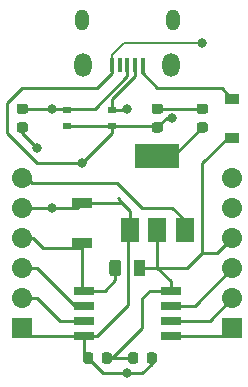
<source format=gtl>
%TF.GenerationSoftware,KiCad,Pcbnew,(5.1.6)-1*%
%TF.CreationDate,2020-11-18T13:32:08+05:30*%
%TF.ProjectId,ATTiny85 Development Board,41545469-6e79-4383-9520-446576656c6f,rev?*%
%TF.SameCoordinates,Original*%
%TF.FileFunction,Copper,L1,Top*%
%TF.FilePolarity,Positive*%
%FSLAX46Y46*%
G04 Gerber Fmt 4.6, Leading zero omitted, Abs format (unit mm)*
G04 Created by KiCad (PCBNEW (5.1.6)-1) date 2020-11-18 13:32:08*
%MOMM*%
%LPD*%
G01*
G04 APERTURE LIST*
%TA.AperFunction,SMDPad,CuDef*%
%ADD10R,1.700000X0.900000*%
%TD*%
%TA.AperFunction,ComponentPad*%
%ADD11O,1.700000X1.700000*%
%TD*%
%TA.AperFunction,ComponentPad*%
%ADD12R,1.700000X1.700000*%
%TD*%
%TA.AperFunction,ComponentPad*%
%ADD13O,1.150000X1.800000*%
%TD*%
%TA.AperFunction,ComponentPad*%
%ADD14O,1.450000X2.000000*%
%TD*%
%TA.AperFunction,SMDPad,CuDef*%
%ADD15R,0.450000X1.300000*%
%TD*%
%TA.AperFunction,SMDPad,CuDef*%
%ADD16R,1.500000X2.000000*%
%TD*%
%TA.AperFunction,SMDPad,CuDef*%
%ADD17R,3.800000X2.000000*%
%TD*%
%TA.AperFunction,SMDPad,CuDef*%
%ADD18R,0.700000X0.600000*%
%TD*%
%TA.AperFunction,SMDPad,CuDef*%
%ADD19R,1.200000X0.900000*%
%TD*%
%TA.AperFunction,SMDPad,CuDef*%
%ADD20R,1.700000X0.650000*%
%TD*%
%TA.AperFunction,ViaPad*%
%ADD21C,0.800000*%
%TD*%
%TA.AperFunction,ViaPad*%
%ADD22C,1.700000*%
%TD*%
%TA.AperFunction,Conductor*%
%ADD23C,0.250000*%
%TD*%
%TA.AperFunction,Conductor*%
%ADD24C,0.200000*%
%TD*%
G04 APERTURE END LIST*
D10*
%TO.P,SW1,2*%
%TO.N,Reset*%
X133350000Y-121080000D03*
%TO.P,SW1,1*%
%TO.N,GND*%
X133350000Y-117680000D03*
%TD*%
D11*
%TO.P,J3,6*%
%TO.N,GND*%
X146050000Y-115570000D03*
%TO.P,J3,5*%
%TO.N,+3V3*%
X146050000Y-118110000D03*
%TO.P,J3,4*%
%TO.N,+5V*%
X146050000Y-120650000D03*
%TO.P,J3,3*%
%TO.N,PB2*%
X146050000Y-123190000D03*
%TO.P,J3,2*%
%TO.N,PB1*%
X146050000Y-125730000D03*
D12*
%TO.P,J3,1*%
%TO.N,PB0*%
X146050000Y-128270000D03*
%TD*%
D13*
%TO.P,J1,6*%
%TO.N,Net-(J1-Pad6)*%
X133285000Y-102190000D03*
X141035000Y-102190000D03*
D14*
X133435000Y-105990000D03*
X140885000Y-105990000D03*
D15*
%TO.P,J1,5*%
%TO.N,GND*%
X135860000Y-106040000D03*
%TO.P,J1,4*%
%TO.N,Net-(J1-Pad4)*%
X136510000Y-106040000D03*
%TO.P,J1,3*%
%TO.N,Net-(D1-Pad1)*%
X137160000Y-106040000D03*
%TO.P,J1,2*%
%TO.N,Net-(D2-Pad1)*%
X137810000Y-106040000D03*
%TO.P,J1,1*%
%TO.N,VBUS*%
X138460000Y-106040000D03*
%TD*%
D16*
%TO.P,U2,1*%
%TO.N,GND*%
X137400000Y-119990000D03*
%TO.P,U2,3*%
%TO.N,VCC*%
X142000000Y-119990000D03*
%TO.P,U2,2*%
%TO.N,+5V*%
X139700000Y-119990000D03*
D17*
X139700000Y-113690000D03*
%TD*%
%TO.P,R4,2*%
%TO.N,Reset*%
%TA.AperFunction,SMDPad,CuDef*%
G36*
G01*
X136635000Y-122707000D02*
X136635000Y-123673000D01*
G75*
G02*
X136418000Y-123890000I-217000J0D01*
G01*
X135852000Y-123890000D01*
G75*
G02*
X135635000Y-123673000I0J217000D01*
G01*
X135635000Y-122707000D01*
G75*
G02*
X135852000Y-122490000I217000J0D01*
G01*
X136418000Y-122490000D01*
G75*
G02*
X136635000Y-122707000I0J-217000D01*
G01*
G37*
%TD.AperFunction*%
%TO.P,R4,1*%
%TO.N,+5V*%
%TA.AperFunction,SMDPad,CuDef*%
G36*
G01*
X138685000Y-122707000D02*
X138685000Y-123673000D01*
G75*
G02*
X138468000Y-123890000I-217000J0D01*
G01*
X137902000Y-123890000D01*
G75*
G02*
X137685000Y-123673000I0J217000D01*
G01*
X137685000Y-122707000D01*
G75*
G02*
X137902000Y-122490000I217000J0D01*
G01*
X138468000Y-122490000D01*
G75*
G02*
X138685000Y-122707000I0J-217000D01*
G01*
G37*
%TD.AperFunction*%
%TD*%
%TO.P,C1,1*%
%TO.N,+5V*%
%TA.AperFunction,SMDPad,CuDef*%
G36*
G01*
X137205000Y-131066250D02*
X137205000Y-130553750D01*
G75*
G02*
X137423750Y-130335000I218750J0D01*
G01*
X137861250Y-130335000D01*
G75*
G02*
X138080000Y-130553750I0J-218750D01*
G01*
X138080000Y-131066250D01*
G75*
G02*
X137861250Y-131285000I-218750J0D01*
G01*
X137423750Y-131285000D01*
G75*
G02*
X137205000Y-131066250I0J218750D01*
G01*
G37*
%TD.AperFunction*%
%TO.P,C1,2*%
%TO.N,GND*%
%TA.AperFunction,SMDPad,CuDef*%
G36*
G01*
X138780000Y-131066250D02*
X138780000Y-130553750D01*
G75*
G02*
X138998750Y-130335000I218750J0D01*
G01*
X139436250Y-130335000D01*
G75*
G02*
X139655000Y-130553750I0J-218750D01*
G01*
X139655000Y-131066250D01*
G75*
G02*
X139436250Y-131285000I-218750J0D01*
G01*
X138998750Y-131285000D01*
G75*
G02*
X138780000Y-131066250I0J218750D01*
G01*
G37*
%TD.AperFunction*%
%TD*%
%TO.P,C2,2*%
%TO.N,GND*%
%TA.AperFunction,SMDPad,CuDef*%
G36*
G01*
X134270000Y-130553750D02*
X134270000Y-131066250D01*
G75*
G02*
X134051250Y-131285000I-218750J0D01*
G01*
X133613750Y-131285000D01*
G75*
G02*
X133395000Y-131066250I0J218750D01*
G01*
X133395000Y-130553750D01*
G75*
G02*
X133613750Y-130335000I218750J0D01*
G01*
X134051250Y-130335000D01*
G75*
G02*
X134270000Y-130553750I0J-218750D01*
G01*
G37*
%TD.AperFunction*%
%TO.P,C2,1*%
%TO.N,+5V*%
%TA.AperFunction,SMDPad,CuDef*%
G36*
G01*
X135845000Y-130553750D02*
X135845000Y-131066250D01*
G75*
G02*
X135626250Y-131285000I-218750J0D01*
G01*
X135188750Y-131285000D01*
G75*
G02*
X134970000Y-131066250I0J218750D01*
G01*
X134970000Y-130553750D01*
G75*
G02*
X135188750Y-130335000I218750J0D01*
G01*
X135626250Y-130335000D01*
G75*
G02*
X135845000Y-130553750I0J-218750D01*
G01*
G37*
%TD.AperFunction*%
%TD*%
D18*
%TO.P,D1,2*%
%TO.N,GND*%
X132080000Y-111190000D03*
%TO.P,D1,1*%
%TO.N,Net-(D1-Pad1)*%
X132080000Y-109790000D03*
%TD*%
%TO.P,D2,1*%
%TO.N,Net-(D2-Pad1)*%
X135890000Y-109790000D03*
%TO.P,D2,2*%
%TO.N,GND*%
X135890000Y-111190000D03*
%TD*%
D19*
%TO.P,D3,2*%
%TO.N,VBUS*%
X146050000Y-108840000D03*
%TO.P,D3,1*%
%TO.N,+5V*%
X146050000Y-112140000D03*
%TD*%
%TO.P,D4,2*%
%TO.N,Net-(D4-Pad2)*%
%TA.AperFunction,SMDPad,CuDef*%
G36*
G01*
X139956250Y-110140000D02*
X139443750Y-110140000D01*
G75*
G02*
X139225000Y-109921250I0J218750D01*
G01*
X139225000Y-109483750D01*
G75*
G02*
X139443750Y-109265000I218750J0D01*
G01*
X139956250Y-109265000D01*
G75*
G02*
X140175000Y-109483750I0J-218750D01*
G01*
X140175000Y-109921250D01*
G75*
G02*
X139956250Y-110140000I-218750J0D01*
G01*
G37*
%TD.AperFunction*%
%TO.P,D4,1*%
%TO.N,GND*%
%TA.AperFunction,SMDPad,CuDef*%
G36*
G01*
X139956250Y-111715000D02*
X139443750Y-111715000D01*
G75*
G02*
X139225000Y-111496250I0J218750D01*
G01*
X139225000Y-111058750D01*
G75*
G02*
X139443750Y-110840000I218750J0D01*
G01*
X139956250Y-110840000D01*
G75*
G02*
X140175000Y-111058750I0J-218750D01*
G01*
X140175000Y-111496250D01*
G75*
G02*
X139956250Y-111715000I-218750J0D01*
G01*
G37*
%TD.AperFunction*%
%TD*%
D12*
%TO.P,J2,1*%
%TO.N,GND*%
X128270000Y-128270000D03*
D11*
%TO.P,J2,2*%
%TO.N,PB4*%
X128270000Y-125730000D03*
%TO.P,J2,3*%
%TO.N,PB3*%
X128270000Y-123190000D03*
%TO.P,J2,4*%
%TO.N,Reset*%
X128270000Y-120650000D03*
%TO.P,J2,5*%
%TO.N,GND*%
X128270000Y-118110000D03*
%TO.P,J2,6*%
%TO.N,VCC*%
X128270000Y-115570000D03*
%TD*%
%TO.P,R1,2*%
%TO.N,Net-(D1-Pad1)*%
%TA.AperFunction,SMDPad,CuDef*%
G36*
G01*
X128526250Y-110140000D02*
X128013750Y-110140000D01*
G75*
G02*
X127795000Y-109921250I0J218750D01*
G01*
X127795000Y-109483750D01*
G75*
G02*
X128013750Y-109265000I218750J0D01*
G01*
X128526250Y-109265000D01*
G75*
G02*
X128745000Y-109483750I0J-218750D01*
G01*
X128745000Y-109921250D01*
G75*
G02*
X128526250Y-110140000I-218750J0D01*
G01*
G37*
%TD.AperFunction*%
%TO.P,R1,1*%
%TO.N,+5V*%
%TA.AperFunction,SMDPad,CuDef*%
G36*
G01*
X128526250Y-111715000D02*
X128013750Y-111715000D01*
G75*
G02*
X127795000Y-111496250I0J218750D01*
G01*
X127795000Y-111058750D01*
G75*
G02*
X128013750Y-110840000I218750J0D01*
G01*
X128526250Y-110840000D01*
G75*
G02*
X128745000Y-111058750I0J-218750D01*
G01*
X128745000Y-111496250D01*
G75*
G02*
X128526250Y-111715000I-218750J0D01*
G01*
G37*
%TD.AperFunction*%
%TD*%
%TO.P,R5,1*%
%TO.N,+5V*%
%TA.AperFunction,SMDPad,CuDef*%
G36*
G01*
X143766250Y-111715000D02*
X143253750Y-111715000D01*
G75*
G02*
X143035000Y-111496250I0J218750D01*
G01*
X143035000Y-111058750D01*
G75*
G02*
X143253750Y-110840000I218750J0D01*
G01*
X143766250Y-110840000D01*
G75*
G02*
X143985000Y-111058750I0J-218750D01*
G01*
X143985000Y-111496250D01*
G75*
G02*
X143766250Y-111715000I-218750J0D01*
G01*
G37*
%TD.AperFunction*%
%TO.P,R5,2*%
%TO.N,Net-(D4-Pad2)*%
%TA.AperFunction,SMDPad,CuDef*%
G36*
G01*
X143766250Y-110140000D02*
X143253750Y-110140000D01*
G75*
G02*
X143035000Y-109921250I0J218750D01*
G01*
X143035000Y-109483750D01*
G75*
G02*
X143253750Y-109265000I218750J0D01*
G01*
X143766250Y-109265000D01*
G75*
G02*
X143985000Y-109483750I0J-218750D01*
G01*
X143985000Y-109921250D01*
G75*
G02*
X143766250Y-110140000I-218750J0D01*
G01*
G37*
%TD.AperFunction*%
%TD*%
D20*
%TO.P,U1,8*%
%TO.N,+5V*%
X140810000Y-125095000D03*
%TO.P,U1,7*%
%TO.N,PB2*%
X140810000Y-126365000D03*
%TO.P,U1,6*%
%TO.N,PB1*%
X140810000Y-127635000D03*
%TO.P,U1,5*%
%TO.N,PB0*%
X140810000Y-128905000D03*
%TO.P,U1,4*%
%TO.N,GND*%
X133510000Y-128905000D03*
%TO.P,U1,3*%
%TO.N,PB4*%
X133510000Y-127635000D03*
%TO.P,U1,2*%
%TO.N,PB3*%
X133510000Y-126365000D03*
%TO.P,U1,1*%
%TO.N,Reset*%
X133510000Y-125095000D03*
%TD*%
D21*
%TO.N,GND*%
X137184990Y-120625010D03*
D22*
X146050000Y-115570000D03*
X128270000Y-128270000D03*
X128270000Y-118110000D03*
D21*
X130810000Y-118110000D03*
X130810000Y-118110000D03*
X133350000Y-114300000D03*
X137160000Y-132080000D03*
X143510000Y-104140000D03*
X140970000Y-110490000D03*
%TO.N,+5V*%
X139700000Y-119380000D03*
X140970000Y-114300000D03*
X129540000Y-113030000D03*
D22*
X146050000Y-120650000D03*
%TO.N,+3V3*%
X146050000Y-118110000D03*
D21*
%TO.N,Net-(D1-Pad1)*%
X130810000Y-109702500D03*
%TO.N,Net-(D2-Pad1)*%
X137160000Y-109702500D03*
D22*
%TO.N,PB4*%
X128270000Y-125730000D03*
%TO.N,PB3*%
X128270000Y-123190000D03*
%TO.N,Reset*%
X128270000Y-120650000D03*
%TO.N,VCC*%
X128270000Y-115570000D03*
%TO.N,PB0*%
X146050000Y-128270000D03*
%TO.N,PB1*%
X146050000Y-125730000D03*
%TO.N,PB2*%
X146050000Y-123190000D03*
%TD*%
D23*
%TO.N,GND*%
X133510000Y-128905000D02*
X128905000Y-128905000D01*
X137400000Y-118350000D02*
X137400000Y-119990000D01*
X137184990Y-126330010D02*
X134610000Y-128905000D01*
X137184990Y-120205010D02*
X137184990Y-120625010D01*
X134610000Y-128905000D02*
X133510000Y-128905000D01*
X137400000Y-119990000D02*
X137184990Y-120205010D01*
X137400000Y-119990000D02*
X137400000Y-120410000D01*
X137184990Y-120625010D02*
X137184990Y-126330010D01*
X135890000Y-111190000D02*
X136045001Y-111034999D01*
X128270000Y-128270000D02*
X128270000Y-128270000D01*
X128270000Y-118110000D02*
X128270000Y-118110000D01*
X130810000Y-118110000D02*
X130810000Y-118110000D01*
X135860000Y-106040000D02*
X135860000Y-106710000D01*
X133350000Y-114300000D02*
X135890000Y-111760000D01*
X135890000Y-111760000D02*
X135890000Y-111190000D01*
X133350000Y-111190000D02*
X135890000Y-111190000D01*
X133510000Y-130487500D02*
X133832500Y-130810000D01*
X133510000Y-128905000D02*
X133510000Y-130487500D01*
X139217500Y-130810000D02*
X139217500Y-131292500D01*
X139217500Y-131292500D02*
X138430000Y-132080000D01*
X135102500Y-132080000D02*
X133832500Y-130810000D01*
X138430000Y-132080000D02*
X135102500Y-132080000D01*
X133350000Y-114300000D02*
X133350000Y-114300000D01*
X130810000Y-118110000D02*
X130810000Y-118110000D01*
D24*
X135860000Y-106040000D02*
X135860000Y-105140000D01*
X136860000Y-104140000D02*
X143510000Y-104140000D01*
X135860000Y-105140000D02*
X136860000Y-104140000D01*
D23*
X128270000Y-128270000D02*
X128905000Y-128905000D01*
X128270000Y-118110000D02*
X130810000Y-118110000D01*
X140487500Y-110490000D02*
X139700000Y-111277500D01*
X140970000Y-110490000D02*
X140487500Y-110490000D01*
X132080000Y-111190000D02*
X133350000Y-111190000D01*
X139612500Y-111190000D02*
X139700000Y-111277500D01*
X135890000Y-111190000D02*
X139612500Y-111190000D01*
X127000000Y-111760000D02*
X129540000Y-114300000D01*
X129540000Y-114300000D02*
X133350000Y-114300000D01*
X128270000Y-107950000D02*
X127000000Y-109220000D01*
X127000000Y-109220000D02*
X127000000Y-111760000D01*
X134620000Y-107950000D02*
X128270000Y-107950000D01*
X135860000Y-106710000D02*
X134620000Y-107950000D01*
X132920000Y-118110000D02*
X133350000Y-117680000D01*
X130810000Y-118110000D02*
X132920000Y-118110000D01*
X136730000Y-117680000D02*
X137160000Y-118110000D01*
X133350000Y-117680000D02*
X136730000Y-117680000D01*
X137160000Y-118110000D02*
X137400000Y-118350000D01*
X136330000Y-117280000D02*
X137160000Y-118110000D01*
%TO.N,+5V*%
X140810000Y-124300000D02*
X140810000Y-125095000D01*
X139700000Y-123190000D02*
X140810000Y-124300000D01*
X138185000Y-123190000D02*
X139700000Y-123190000D01*
X139700000Y-121920000D02*
X139700000Y-119990000D01*
X139700000Y-121920000D02*
X139700000Y-123190000D01*
X139700000Y-121260000D02*
X139700000Y-121920000D01*
X139700000Y-123190000D02*
X142240000Y-123190000D01*
X142240000Y-123190000D02*
X143510000Y-121920000D01*
X139700000Y-119990000D02*
X139700000Y-119380000D01*
X141097500Y-113690000D02*
X139700000Y-113690000D01*
X143510000Y-111277500D02*
X141097500Y-113690000D01*
X145670000Y-112140000D02*
X146050000Y-112140000D01*
X143510000Y-121920000D02*
X143510000Y-114300000D01*
X143510000Y-114300000D02*
X145670000Y-112140000D01*
X146050000Y-120650000D02*
X146050000Y-120650000D01*
X144780000Y-121920000D02*
X143510000Y-121920000D01*
X128270000Y-111277500D02*
X128270000Y-111760000D01*
X128270000Y-111760000D02*
X128270000Y-111760000D01*
X139090000Y-114300000D02*
X139700000Y-113690000D01*
X128270000Y-111760000D02*
X129540000Y-113030000D01*
X140810000Y-125095000D02*
X139065000Y-125095000D01*
X139065000Y-125095000D02*
X138430000Y-125730000D01*
X138430000Y-125730000D02*
X138430000Y-128270000D01*
X135890000Y-130810000D02*
X135407500Y-130810000D01*
X138430000Y-128270000D02*
X135890000Y-130810000D01*
X135407500Y-130810000D02*
X137642500Y-130810000D01*
X146050000Y-120650000D02*
X144780000Y-121920000D01*
%TO.N,Net-(D1-Pad1)*%
X128270000Y-109702500D02*
X130810000Y-109702500D01*
X130810000Y-109702500D02*
X130810000Y-109702500D01*
X137160000Y-106940000D02*
X137160000Y-106040000D01*
X134397500Y-109702500D02*
X137160000Y-106940000D01*
X130810000Y-109702500D02*
X134397500Y-109702500D01*
%TO.N,Net-(D2-Pad1)*%
X136076401Y-109930009D02*
X135890000Y-109930009D01*
X137810000Y-106940000D02*
X135890000Y-108860000D01*
X137810000Y-106040000D02*
X137810000Y-106940000D01*
X135890000Y-108860000D02*
X135890000Y-109790000D01*
X137247500Y-109790000D02*
X137160000Y-109702500D01*
X137072500Y-109790000D02*
X137160000Y-109702500D01*
X135890000Y-109790000D02*
X137072500Y-109790000D01*
%TO.N,VBUS*%
X138430000Y-106680000D02*
X138430000Y-106366998D01*
X138460000Y-106040000D02*
X138460000Y-106710000D01*
X138460000Y-106710000D02*
X139700000Y-107950000D01*
X145160000Y-107950000D02*
X146050000Y-108840000D01*
X139700000Y-107950000D02*
X145160000Y-107950000D01*
%TO.N,Net-(D4-Pad2)*%
X143510000Y-109702500D02*
X140970000Y-109702500D01*
X140970000Y-109702500D02*
X139700000Y-109702500D01*
%TO.N,Net-(J1-Pad6)*%
X133285000Y-105840000D02*
X133435000Y-105990000D01*
X141035000Y-101665000D02*
X141035000Y-102190000D01*
%TO.N,PB4*%
X128270000Y-125730000D02*
X128270000Y-125730000D01*
X131445000Y-127635000D02*
X133510000Y-127635000D01*
X129540000Y-125730000D02*
X131445000Y-127635000D01*
X128270000Y-125730000D02*
X129540000Y-125730000D01*
%TO.N,PB3*%
X132715000Y-126365000D02*
X133510000Y-126365000D01*
X128270000Y-123190000D02*
X128270000Y-123190000D01*
X129540000Y-123190000D02*
X132715000Y-126365000D01*
X128270000Y-123190000D02*
X129540000Y-123190000D01*
%TO.N,Reset*%
X133350000Y-124935000D02*
X133510000Y-125095000D01*
X133350000Y-121480000D02*
X133350000Y-124935000D01*
X136135000Y-123190000D02*
X136135000Y-124215000D01*
X135255000Y-125095000D02*
X133510000Y-125095000D01*
X136135000Y-124215000D02*
X135255000Y-125095000D01*
X129150000Y-120650000D02*
X129980000Y-121480000D01*
X128270000Y-120650000D02*
X128270000Y-120650000D01*
X133350000Y-121480000D02*
X129980000Y-121480000D01*
X128270000Y-120650000D02*
X129150000Y-120650000D01*
%TO.N,VCC*%
X129119999Y-115990001D02*
X136310001Y-115990001D01*
X136310001Y-115990001D02*
X138430000Y-118110000D01*
X138430000Y-118110000D02*
X140970000Y-118110000D01*
X140970000Y-118110000D02*
X142000000Y-119140000D01*
X128699998Y-115570000D02*
X129119999Y-115990001D01*
X128270000Y-115570000D02*
X128270000Y-115570000D01*
X128270000Y-115570000D02*
X128699998Y-115570000D01*
%TO.N,PB0*%
X145415000Y-128905000D02*
X146050000Y-128270000D01*
X144145000Y-128905000D02*
X145415000Y-128905000D01*
X140810000Y-128905000D02*
X144145000Y-128905000D01*
X146050000Y-128270000D02*
X146050000Y-128270000D01*
%TO.N,PB1*%
X144145000Y-127635000D02*
X146050000Y-125730000D01*
X140810000Y-127635000D02*
X144145000Y-127635000D01*
X146050000Y-125730000D02*
X146050000Y-125730000D01*
%TO.N,PB2*%
X146050000Y-123190000D02*
X146050000Y-123190000D01*
X140810000Y-126365000D02*
X142875000Y-126365000D01*
X146050000Y-123190000D02*
X142875000Y-126365000D01*
%TD*%
M02*

</source>
